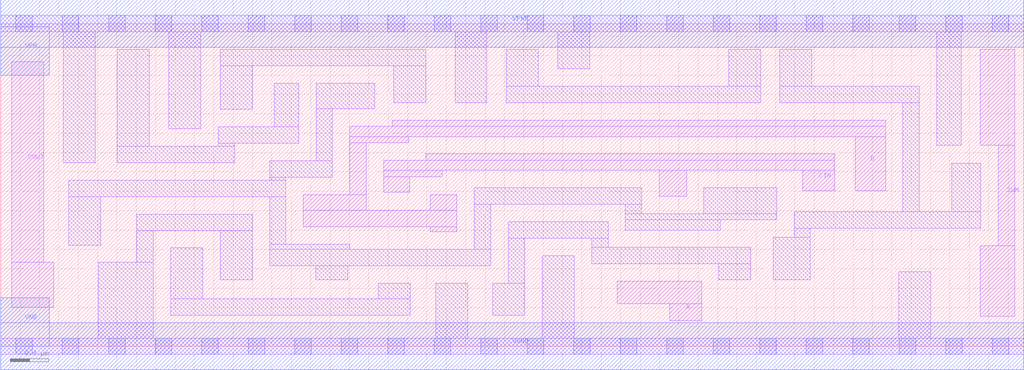
<source format=lef>
# Copyright 2020 The SkyWater PDK Authors
#
# Licensed under the Apache License, Version 2.0 (the "License");
# you may not use this file except in compliance with the License.
# You may obtain a copy of the License at
#
#     https://www.apache.org/licenses/LICENSE-2.0
#
# Unless required by applicable law or agreed to in writing, software
# distributed under the License is distributed on an "AS IS" BASIS,
# WITHOUT WARRANTIES OR CONDITIONS OF ANY KIND, either express or implied.
# See the License for the specific language governing permissions and
# limitations under the License.
#
# SPDX-License-Identifier: Apache-2.0

VERSION 5.5 ;
NAMESCASESENSITIVE ON ;
BUSBITCHARS "[]" ;
DIVIDERCHAR "/" ;
MACRO sky130_fd_sc_lp__fa_lp
  CLASS CORE ;
  SOURCE USER ;
  ORIGIN  0.000000  0.000000 ;
  SIZE  10.56000 BY  3.330000 ;
  SYMMETRY X Y R90 ;
  SITE unit ;
  PIN A
    ANTENNAGATEAREA  1.252000 ;
    DIRECTION INPUT ;
    USE SIGNAL ;
    PORT
      LAYER li1 ;
        RECT 6.365000 0.440000 7.235000 0.670000 ;
        RECT 6.905000 0.265000 7.235000 0.440000 ;
    END
  END A
  PIN B
    ANTENNAGATEAREA  1.252000 ;
    DIRECTION INPUT ;
    USE SIGNAL ;
    PORT
      LAYER li1 ;
        RECT 3.125000 1.235000 4.710000 1.405000 ;
        RECT 3.125000 1.405000 3.775000 1.565000 ;
        RECT 3.605000 1.565000 3.775000 2.100000 ;
        RECT 3.605000 2.100000 4.210000 2.165000 ;
        RECT 3.605000 2.165000 9.135000 2.270000 ;
        RECT 4.040000 2.270000 9.135000 2.335000 ;
        RECT 4.435000 1.180000 4.710000 1.235000 ;
        RECT 4.435000 1.405000 4.710000 1.565000 ;
        RECT 8.820000 1.605000 9.135000 2.165000 ;
    END
  END B
  PIN CIN
    ANTENNAGATEAREA  0.939000 ;
    DIRECTION INPUT ;
    USE SIGNAL ;
    PORT
      LAYER li1 ;
        RECT 3.955000 1.590000 4.225000 1.750000 ;
        RECT 3.955000 1.750000 4.560000 1.815000 ;
        RECT 3.955000 1.815000 8.610000 1.920000 ;
        RECT 4.390000 1.920000 8.610000 1.985000 ;
        RECT 6.800000 1.550000 7.080000 1.815000 ;
        RECT 8.280000 1.605000 8.610000 1.815000 ;
    END
  END CIN
  PIN COUT
    ANTENNADIFFAREA  0.404700 ;
    DIRECTION OUTPUT ;
    USE SIGNAL ;
    PORT
      LAYER li1 ;
        RECT 0.115000 0.405000 0.545000 0.865000 ;
        RECT 0.115000 0.865000 0.445000 2.935000 ;
    END
  END COUT
  PIN SUM
    ANTENNADIFFAREA  0.404700 ;
    DIRECTION OUTPUT ;
    USE SIGNAL ;
    PORT
      LAYER li1 ;
        RECT 10.115000 0.310000 10.470000 1.040000 ;
        RECT 10.115000 2.075000 10.470000 3.065000 ;
        RECT 10.300000 1.040000 10.470000 2.075000 ;
    END
  END SUM
  PIN VGND
    DIRECTION INOUT ;
    USE GROUND ;
    PORT
      LAYER met1 ;
        RECT 0.000000 -0.245000 10.560000 0.245000 ;
    END
  END VGND
  PIN VNB
    DIRECTION INOUT ;
    USE GROUND ;
    PORT
      LAYER met1 ;
        RECT 0.000000 0.000000 0.500000 0.500000 ;
    END
  END VNB
  PIN VPB
    DIRECTION INOUT ;
    USE POWER ;
    PORT
      LAYER met1 ;
        RECT 0.000000 2.800000 0.500000 3.300000 ;
    END
  END VPB
  PIN VPWR
    DIRECTION INOUT ;
    USE POWER ;
    PORT
      LAYER met1 ;
        RECT 0.000000 3.085000 10.560000 3.575000 ;
    END
  END VPWR
  OBS
    LAYER li1 ;
      RECT 0.000000 -0.085000 10.560000 0.085000 ;
      RECT 0.000000  3.245000 10.560000 3.415000 ;
      RECT 0.645000  1.895000  0.975000 3.245000 ;
      RECT 0.700000  1.045000  1.030000 1.545000 ;
      RECT 0.700000  1.545000  2.945000 1.715000 ;
      RECT 1.005000  0.085000  1.575000 0.865000 ;
      RECT 1.205000  1.895000  2.415000 2.065000 ;
      RECT 1.205000  2.065000  1.535000 3.065000 ;
      RECT 1.405000  0.865000  1.575000 1.195000 ;
      RECT 1.405000  1.195000  2.595000 1.365000 ;
      RECT 1.735000  2.245000  2.065000 3.245000 ;
      RECT 1.755000  0.320000  4.230000 0.490000 ;
      RECT 1.755000  0.490000  2.085000 1.015000 ;
      RECT 2.245000  2.065000  2.415000 2.095000 ;
      RECT 2.245000  2.095000  3.075000 2.265000 ;
      RECT 2.265000  0.685000  2.595000 1.195000 ;
      RECT 2.265000  2.445000  2.595000 2.895000 ;
      RECT 2.265000  2.895000  4.390000 3.065000 ;
      RECT 2.775000  0.830000  5.060000 1.000000 ;
      RECT 2.775000  1.000000  3.605000 1.055000 ;
      RECT 2.775000  1.055000  2.945000 1.545000 ;
      RECT 2.775000  1.715000  2.945000 1.745000 ;
      RECT 2.775000  1.745000  3.425000 1.915000 ;
      RECT 2.825000  2.265000  3.075000 2.715000 ;
      RECT 3.250000  0.685000  3.580000 0.830000 ;
      RECT 3.255000  1.915000  3.425000 2.450000 ;
      RECT 3.255000  2.450000  3.860000 2.715000 ;
      RECT 3.900000  0.490000  4.230000 0.650000 ;
      RECT 4.060000  2.515000  4.390000 2.895000 ;
      RECT 4.490000  0.085000  4.820000 0.650000 ;
      RECT 4.690000  2.515000  5.020000 3.245000 ;
      RECT 4.890000  1.000000  5.060000 1.465000 ;
      RECT 4.890000  1.465000  6.620000 1.635000 ;
      RECT 5.080000  0.320000  5.410000 0.650000 ;
      RECT 5.220000  2.515000  7.845000 2.685000 ;
      RECT 5.220000  2.685000  5.550000 3.065000 ;
      RECT 5.240000  0.650000  5.410000 1.115000 ;
      RECT 5.240000  1.115000  6.270000 1.285000 ;
      RECT 5.590000  0.085000  5.920000 0.935000 ;
      RECT 5.750000  2.865000  6.080000 3.245000 ;
      RECT 6.100000  0.850000  7.745000 1.020000 ;
      RECT 6.100000  1.020000  6.270000 1.115000 ;
      RECT 6.450000  1.200000  7.430000 1.305000 ;
      RECT 6.450000  1.305000  8.010000 1.370000 ;
      RECT 6.450000  1.370000  6.620000 1.465000 ;
      RECT 7.260000  1.370000  8.010000 1.635000 ;
      RECT 7.415000  0.685000  7.745000 0.850000 ;
      RECT 7.515000  2.685000  7.845000 3.065000 ;
      RECT 7.975000  0.685000  8.360000 1.125000 ;
      RECT 8.045000  2.515000  9.485000 2.685000 ;
      RECT 8.045000  2.685000  8.375000 3.065000 ;
      RECT 8.190000  1.125000  8.360000 1.220000 ;
      RECT 8.190000  1.220000 10.120000 1.390000 ;
      RECT 9.270000  0.085000  9.600000 0.770000 ;
      RECT 9.315000  1.390000  9.485000 2.515000 ;
      RECT 9.665000  2.075000  9.915000 3.245000 ;
      RECT 9.820000  1.390000 10.120000 1.890000 ;
    LAYER mcon ;
      RECT  0.155000 -0.085000  0.325000 0.085000 ;
      RECT  0.155000  3.245000  0.325000 3.415000 ;
      RECT  0.635000 -0.085000  0.805000 0.085000 ;
      RECT  0.635000  3.245000  0.805000 3.415000 ;
      RECT  1.115000 -0.085000  1.285000 0.085000 ;
      RECT  1.115000  3.245000  1.285000 3.415000 ;
      RECT  1.595000 -0.085000  1.765000 0.085000 ;
      RECT  1.595000  3.245000  1.765000 3.415000 ;
      RECT  2.075000 -0.085000  2.245000 0.085000 ;
      RECT  2.075000  3.245000  2.245000 3.415000 ;
      RECT  2.555000 -0.085000  2.725000 0.085000 ;
      RECT  2.555000  3.245000  2.725000 3.415000 ;
      RECT  3.035000 -0.085000  3.205000 0.085000 ;
      RECT  3.035000  3.245000  3.205000 3.415000 ;
      RECT  3.515000 -0.085000  3.685000 0.085000 ;
      RECT  3.515000  3.245000  3.685000 3.415000 ;
      RECT  3.995000 -0.085000  4.165000 0.085000 ;
      RECT  3.995000  3.245000  4.165000 3.415000 ;
      RECT  4.475000 -0.085000  4.645000 0.085000 ;
      RECT  4.475000  3.245000  4.645000 3.415000 ;
      RECT  4.955000 -0.085000  5.125000 0.085000 ;
      RECT  4.955000  3.245000  5.125000 3.415000 ;
      RECT  5.435000 -0.085000  5.605000 0.085000 ;
      RECT  5.435000  3.245000  5.605000 3.415000 ;
      RECT  5.915000 -0.085000  6.085000 0.085000 ;
      RECT  5.915000  3.245000  6.085000 3.415000 ;
      RECT  6.395000 -0.085000  6.565000 0.085000 ;
      RECT  6.395000  3.245000  6.565000 3.415000 ;
      RECT  6.875000 -0.085000  7.045000 0.085000 ;
      RECT  6.875000  3.245000  7.045000 3.415000 ;
      RECT  7.355000 -0.085000  7.525000 0.085000 ;
      RECT  7.355000  3.245000  7.525000 3.415000 ;
      RECT  7.835000 -0.085000  8.005000 0.085000 ;
      RECT  7.835000  3.245000  8.005000 3.415000 ;
      RECT  8.315000 -0.085000  8.485000 0.085000 ;
      RECT  8.315000  3.245000  8.485000 3.415000 ;
      RECT  8.795000 -0.085000  8.965000 0.085000 ;
      RECT  8.795000  3.245000  8.965000 3.415000 ;
      RECT  9.275000 -0.085000  9.445000 0.085000 ;
      RECT  9.275000  3.245000  9.445000 3.415000 ;
      RECT  9.755000 -0.085000  9.925000 0.085000 ;
      RECT  9.755000  3.245000  9.925000 3.415000 ;
      RECT 10.235000 -0.085000 10.405000 0.085000 ;
      RECT 10.235000  3.245000 10.405000 3.415000 ;
  END
END sky130_fd_sc_lp__fa_lp
END LIBRARY

</source>
